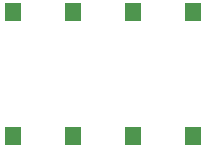
<source format=gtp>
G04*
G04 #@! TF.GenerationSoftware,Altium Limited,Altium Designer,24.0.1 (36)*
G04*
G04 Layer_Color=8421504*
%FSLAX25Y25*%
%MOIN*%
G70*
G04*
G04 #@! TF.SameCoordinates,547C949A-E5A6-49C9-BC53-363AC5528938*
G04*
G04*
G04 #@! TF.FilePolarity,Positive*
G04*
G01*
G75*
%ADD12R,0.05500X0.06000*%
D12*
X21024Y27398D02*
D03*
X41024D02*
D03*
X61024D02*
D03*
X81024D02*
D03*
X21024Y68898D02*
D03*
X41024D02*
D03*
X61024D02*
D03*
X81024D02*
D03*
M02*

</source>
